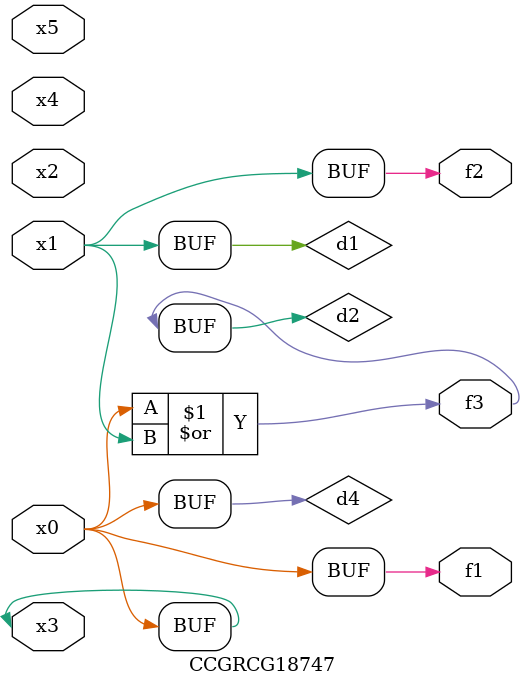
<source format=v>
module CCGRCG18747(
	input x0, x1, x2, x3, x4, x5,
	output f1, f2, f3
);

	wire d1, d2, d3, d4;

	and (d1, x1);
	or (d2, x0, x1);
	nand (d3, x0, x5);
	buf (d4, x0, x3);
	assign f1 = d4;
	assign f2 = d1;
	assign f3 = d2;
endmodule

</source>
